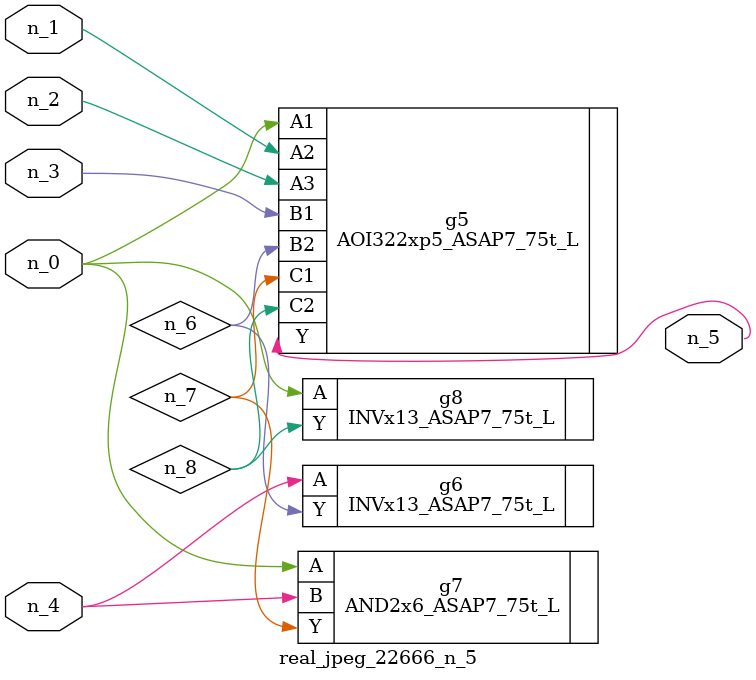
<source format=v>
module real_jpeg_22666_n_5 (n_4, n_0, n_1, n_2, n_3, n_5);

input n_4;
input n_0;
input n_1;
input n_2;
input n_3;

output n_5;

wire n_8;
wire n_6;
wire n_7;

AOI322xp5_ASAP7_75t_L g5 ( 
.A1(n_0),
.A2(n_1),
.A3(n_2),
.B1(n_3),
.B2(n_6),
.C1(n_7),
.C2(n_8),
.Y(n_5)
);

AND2x6_ASAP7_75t_L g7 ( 
.A(n_0),
.B(n_4),
.Y(n_7)
);

INVx13_ASAP7_75t_L g8 ( 
.A(n_0),
.Y(n_8)
);

INVx13_ASAP7_75t_L g6 ( 
.A(n_4),
.Y(n_6)
);


endmodule
</source>
